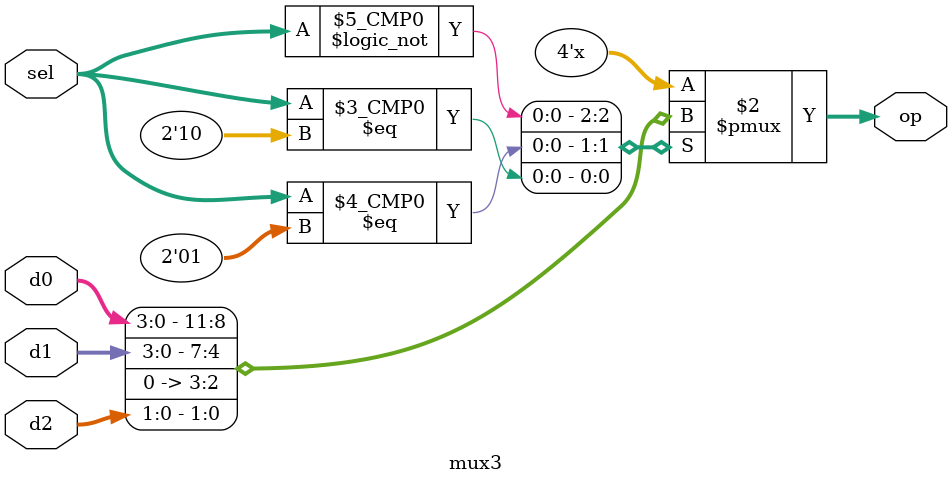
<source format=v>
`timescale 1ns / 1ps

module mux3(
    input wire[3:0]d0,
    input wire[3:0]d1,
	 input wire[1:0]d2,
    input wire [1:0]sel,
    output reg [3:0] op
    );
	 
	 always@(d0,d1,d2,sel)
	 begin
		case(sel)
		2'b00 : op <= d0;
		2'b01 : op <= d1;
		2'b10 : op <= d2;
		endcase
	 end

endmodule

</source>
